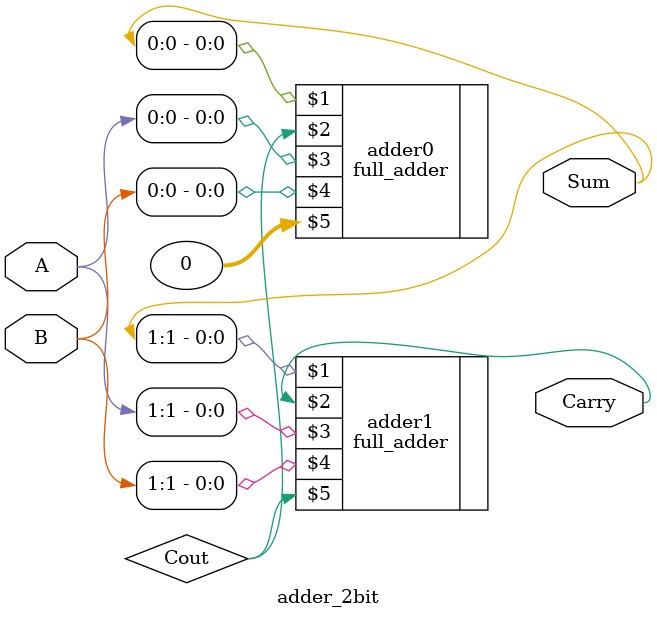
<source format=v>
`timescale 1ns / 1ps
`default_nettype none
/*  This module describes a 2-bit ripple-carry adder  */

module adder_2bit(Carry, Sum, A, B); 
    //declare output and input ports
    output wire [1:0] Sum;  //Sum is a 2-bit wide output
    output wire Carry;  //Carry is 1-bit wide
    input wire [1:0] A, B;  //A and B are both 2-bit wide inputs
    
    //declare internal nets
    wire Cout;  //the first carry out in the internal net
    
    full_adder adder0(Sum[0],Cout,A[0],B[0],0);
    full_adder adder1(Sum[1],Carry,A[1],B[1],Cout);
    
endmodule

</source>
